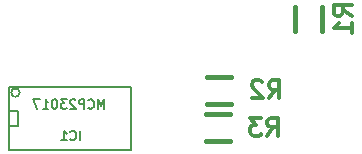
<source format=gbo>
%FSLAX34Y34*%
G04 Gerber Fmt 3.4, Leading zero omitted, Abs format*
G04 (created by PCBNEW (2014-05-22 BZR 4885)-product) date Tue 27 May 2014 09:52:33 PM EST*
%MOIN*%
G01*
G70*
G90*
G04 APERTURE LIST*
%ADD10C,0.003937*%
%ADD11C,0.005000*%
%ADD12C,0.015000*%
%ADD13C,0.005512*%
%ADD14C,0.012000*%
G04 APERTURE END LIST*
G54D10*
G54D11*
X56491Y-39325D02*
G75*
G03X56491Y-39325I-141J0D01*
G74*
G01*
X56150Y-40425D02*
X56450Y-40425D01*
X56450Y-40425D02*
X56450Y-39925D01*
X56450Y-39925D02*
X56150Y-39925D01*
X60200Y-39125D02*
X56150Y-39125D01*
X56150Y-41225D02*
X60200Y-41225D01*
X56150Y-41225D02*
X56150Y-39125D01*
X60200Y-41225D02*
X60200Y-39125D01*
G54D12*
X66566Y-36862D02*
X66566Y-37262D01*
X66566Y-36862D02*
X66566Y-36462D01*
X65666Y-36862D02*
X65666Y-37262D01*
X65666Y-36862D02*
X65666Y-36462D01*
X63140Y-38792D02*
X63540Y-38792D01*
X63140Y-38792D02*
X62740Y-38792D01*
X63140Y-39692D02*
X63540Y-39692D01*
X63140Y-39692D02*
X62740Y-39692D01*
X63120Y-40046D02*
X63520Y-40046D01*
X63120Y-40046D02*
X62720Y-40046D01*
X63120Y-40946D02*
X63520Y-40946D01*
X63120Y-40946D02*
X62720Y-40946D01*
G54D13*
X58507Y-40917D02*
X58507Y-40602D01*
X58177Y-40887D02*
X58192Y-40902D01*
X58237Y-40917D01*
X58267Y-40917D01*
X58312Y-40902D01*
X58342Y-40872D01*
X58357Y-40842D01*
X58372Y-40782D01*
X58372Y-40737D01*
X58357Y-40677D01*
X58342Y-40647D01*
X58312Y-40617D01*
X58267Y-40602D01*
X58237Y-40602D01*
X58192Y-40617D01*
X58177Y-40632D01*
X57877Y-40917D02*
X58057Y-40917D01*
X57967Y-40917D02*
X57967Y-40602D01*
X57997Y-40647D01*
X58027Y-40677D01*
X58057Y-40692D01*
X59319Y-39867D02*
X59319Y-39552D01*
X59214Y-39777D01*
X59109Y-39552D01*
X59109Y-39867D01*
X58779Y-39837D02*
X58794Y-39852D01*
X58839Y-39867D01*
X58869Y-39867D01*
X58914Y-39852D01*
X58944Y-39822D01*
X58959Y-39792D01*
X58974Y-39732D01*
X58974Y-39687D01*
X58959Y-39627D01*
X58944Y-39597D01*
X58914Y-39567D01*
X58869Y-39552D01*
X58839Y-39552D01*
X58794Y-39567D01*
X58779Y-39582D01*
X58644Y-39867D02*
X58644Y-39552D01*
X58524Y-39552D01*
X58494Y-39567D01*
X58479Y-39582D01*
X58464Y-39612D01*
X58464Y-39657D01*
X58479Y-39687D01*
X58494Y-39702D01*
X58524Y-39717D01*
X58644Y-39717D01*
X58344Y-39582D02*
X58329Y-39567D01*
X58299Y-39552D01*
X58224Y-39552D01*
X58194Y-39567D01*
X58179Y-39582D01*
X58164Y-39612D01*
X58164Y-39642D01*
X58179Y-39687D01*
X58359Y-39867D01*
X58164Y-39867D01*
X58060Y-39552D02*
X57865Y-39552D01*
X57970Y-39672D01*
X57925Y-39672D01*
X57895Y-39687D01*
X57880Y-39702D01*
X57865Y-39732D01*
X57865Y-39807D01*
X57880Y-39837D01*
X57895Y-39852D01*
X57925Y-39867D01*
X58015Y-39867D01*
X58045Y-39852D01*
X58060Y-39837D01*
X57670Y-39552D02*
X57640Y-39552D01*
X57610Y-39567D01*
X57595Y-39582D01*
X57580Y-39612D01*
X57565Y-39672D01*
X57565Y-39747D01*
X57580Y-39807D01*
X57595Y-39837D01*
X57610Y-39852D01*
X57640Y-39867D01*
X57670Y-39867D01*
X57700Y-39852D01*
X57715Y-39837D01*
X57730Y-39807D01*
X57745Y-39747D01*
X57745Y-39672D01*
X57730Y-39612D01*
X57715Y-39582D01*
X57700Y-39567D01*
X57670Y-39552D01*
X57265Y-39867D02*
X57445Y-39867D01*
X57355Y-39867D02*
X57355Y-39552D01*
X57385Y-39597D01*
X57415Y-39627D01*
X57445Y-39642D01*
X57160Y-39552D02*
X56950Y-39552D01*
X57085Y-39867D01*
G54D14*
X67557Y-36762D02*
X67271Y-36562D01*
X67557Y-36419D02*
X66957Y-36419D01*
X66957Y-36647D01*
X66986Y-36704D01*
X67014Y-36733D01*
X67071Y-36762D01*
X67157Y-36762D01*
X67214Y-36733D01*
X67243Y-36704D01*
X67271Y-36647D01*
X67271Y-36419D01*
X67557Y-37333D02*
X67557Y-36990D01*
X67557Y-37162D02*
X66957Y-37162D01*
X67043Y-37104D01*
X67100Y-37047D01*
X67128Y-36990D01*
X64802Y-39513D02*
X65002Y-39227D01*
X65144Y-39513D02*
X65144Y-38913D01*
X64916Y-38913D01*
X64859Y-38942D01*
X64830Y-38970D01*
X64802Y-39027D01*
X64802Y-39113D01*
X64830Y-39170D01*
X64859Y-39199D01*
X64916Y-39227D01*
X65144Y-39227D01*
X64573Y-38970D02*
X64544Y-38942D01*
X64487Y-38913D01*
X64344Y-38913D01*
X64287Y-38942D01*
X64259Y-38970D01*
X64230Y-39027D01*
X64230Y-39084D01*
X64259Y-39170D01*
X64602Y-39513D01*
X64230Y-39513D01*
X64752Y-40767D02*
X64952Y-40481D01*
X65094Y-40767D02*
X65094Y-40167D01*
X64866Y-40167D01*
X64809Y-40196D01*
X64780Y-40224D01*
X64752Y-40281D01*
X64752Y-40367D01*
X64780Y-40424D01*
X64809Y-40453D01*
X64866Y-40481D01*
X65094Y-40481D01*
X64552Y-40167D02*
X64180Y-40167D01*
X64380Y-40396D01*
X64294Y-40396D01*
X64237Y-40424D01*
X64209Y-40453D01*
X64180Y-40510D01*
X64180Y-40653D01*
X64209Y-40710D01*
X64237Y-40738D01*
X64294Y-40767D01*
X64466Y-40767D01*
X64523Y-40738D01*
X64552Y-40710D01*
M02*

</source>
